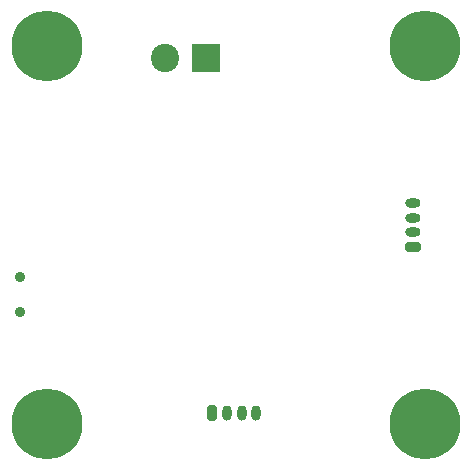
<source format=gbr>
%TF.GenerationSoftware,KiCad,Pcbnew,(6.0.0-rc1-124-g18b4ebcc17)*%
%TF.CreationDate,2021-11-25T20:10:52+05:30*%
%TF.ProjectId,Europa,4575726f-7061-42e6-9b69-6361645f7063,rev?*%
%TF.SameCoordinates,Original*%
%TF.FileFunction,Soldermask,Bot*%
%TF.FilePolarity,Negative*%
%FSLAX46Y46*%
G04 Gerber Fmt 4.6, Leading zero omitted, Abs format (unit mm)*
G04 Created by KiCad (PCBNEW (6.0.0-rc1-124-g18b4ebcc17)) date 2021-11-25 20:10:52*
%MOMM*%
%LPD*%
G01*
G04 APERTURE LIST*
G04 Aperture macros list*
%AMRoundRect*
0 Rectangle with rounded corners*
0 $1 Rounding radius*
0 $2 $3 $4 $5 $6 $7 $8 $9 X,Y pos of 4 corners*
0 Add a 4 corners polygon primitive as box body*
4,1,4,$2,$3,$4,$5,$6,$7,$8,$9,$2,$3,0*
0 Add four circle primitives for the rounded corners*
1,1,$1+$1,$2,$3*
1,1,$1+$1,$4,$5*
1,1,$1+$1,$6,$7*
1,1,$1+$1,$8,$9*
0 Add four rect primitives between the rounded corners*
20,1,$1+$1,$2,$3,$4,$5,0*
20,1,$1+$1,$4,$5,$6,$7,0*
20,1,$1+$1,$6,$7,$8,$9,0*
20,1,$1+$1,$8,$9,$2,$3,0*%
G04 Aperture macros list end*
%ADD10C,0.800000*%
%ADD11C,6.000000*%
%ADD12C,0.900000*%
%ADD13RoundRect,0.200000X-0.200000X-0.450000X0.200000X-0.450000X0.200000X0.450000X-0.200000X0.450000X0*%
%ADD14O,0.800000X1.300000*%
%ADD15R,2.400000X2.400000*%
%ADD16C,2.400000*%
%ADD17RoundRect,0.200000X0.450000X-0.200000X0.450000X0.200000X-0.450000X0.200000X-0.450000X-0.200000X0*%
%ADD18O,1.300000X0.800000*%
G04 APERTURE END LIST*
D10*
%TO.C,H1*%
X36250000Y-34000000D03*
X31750000Y-34000000D03*
X35590990Y-32409010D03*
X35590990Y-35590990D03*
X32409010Y-32409010D03*
X32409010Y-35590990D03*
X34000000Y-36250000D03*
D11*
X34000000Y-34000000D03*
D10*
X34000000Y-31750000D03*
%TD*%
%TO.C,H2*%
X35590990Y-67590990D03*
X31750000Y-66000000D03*
X32409010Y-64409010D03*
D11*
X34000000Y-66000000D03*
D10*
X32409010Y-67590990D03*
X34000000Y-63750000D03*
X36250000Y-66000000D03*
X35590990Y-64409010D03*
X34000000Y-68250000D03*
%TD*%
%TO.C,H3*%
X66000000Y-63750000D03*
X67590990Y-64409010D03*
X68250000Y-66000000D03*
X63750000Y-66000000D03*
X67590990Y-67590990D03*
X64409010Y-67590990D03*
X66000000Y-68250000D03*
X64409010Y-64409010D03*
D11*
X66000000Y-66000000D03*
%TD*%
D12*
%TO.C,SW1*%
X31770000Y-56500000D03*
X31770000Y-53500000D03*
%TD*%
D10*
%TO.C,H4*%
X67590990Y-32409010D03*
X67590990Y-35590990D03*
X66000000Y-31750000D03*
X64409010Y-35590990D03*
X66000000Y-36250000D03*
X64409010Y-32409010D03*
X63750000Y-34000000D03*
D11*
X66000000Y-34000000D03*
D10*
X68250000Y-34000000D03*
%TD*%
D13*
%TO.C,J4*%
X48000000Y-65050000D03*
D14*
X49250000Y-65050000D03*
X50500000Y-65050000D03*
X51750000Y-65050000D03*
%TD*%
D15*
%TO.C,J1*%
X47500000Y-35000000D03*
D16*
X44000000Y-35000000D03*
%TD*%
D17*
%TO.C,J2*%
X65050000Y-51000000D03*
D18*
X65050000Y-49750000D03*
X65050000Y-48500000D03*
X65050000Y-47250000D03*
%TD*%
M02*

</source>
